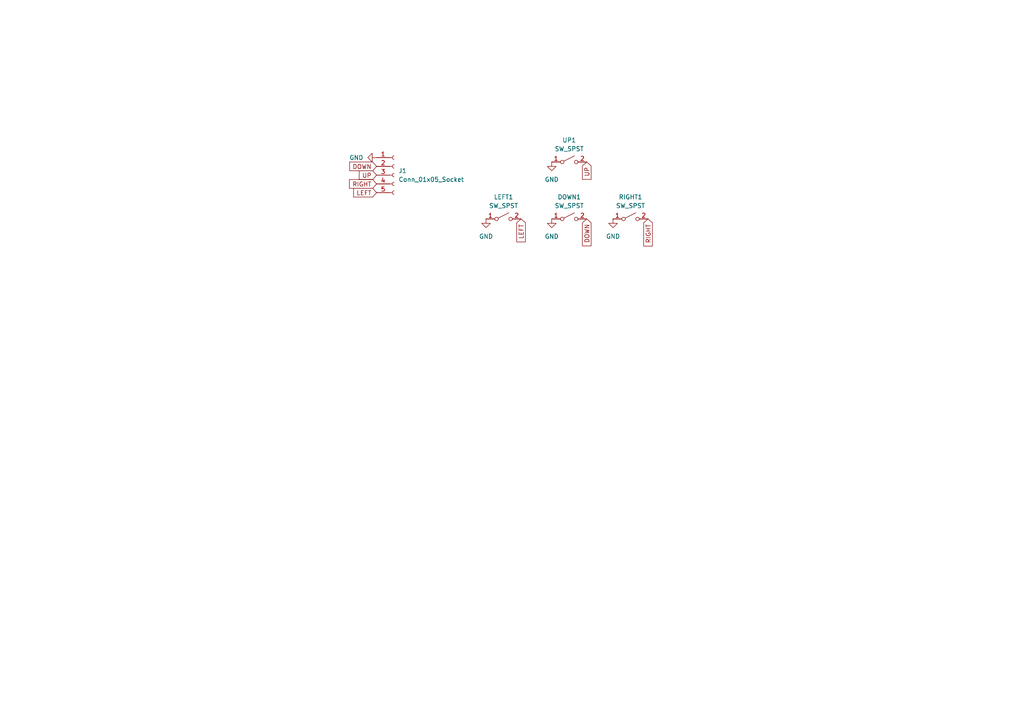
<source format=kicad_sch>
(kicad_sch (version 20250114) (generator "eeschema") (generator_version "9.0")
  (paper "A4")
  (lib_symbols
    (symbol "Connector:Conn_01x05_Socket" (pin_names (offset 1.016) (hide yes))
      (property "Reference" "J" (at 0 7.62 0))
      (property "Value" "Conn_01x05_Socket" (at 0 -7.62 0))
      (symbol "Conn_01x05_Socket_1_1"
        (polyline (pts (xy -1.27 5.08) (xy -0.508 5.08)) (stroke (width 0.1524)))
        (polyline (pts (xy -1.27 2.54) (xy -0.508 2.54)) (stroke (width 0.1524)))
        (polyline (pts (xy -1.27 0) (xy -0.508 0)) (stroke (width 0.1524)))
        (polyline (pts (xy -1.27 -2.54) (xy -0.508 -2.54)) (stroke (width 0.1524)))
        (polyline (pts (xy -1.27 -5.08) (xy -0.508 -5.08)) (stroke (width 0.1524)))
        (arc (start 0 4.572) (mid -0.5058 5.08) (end 0 5.588) (stroke (width 0.1524)))
        (arc (start 0 2.032) (mid -0.5058 2.54) (end 0 3.048) (stroke (width 0.1524)))
        (arc (start 0 -0.508) (mid -0.5058 0) (end 0 0.508) (stroke (width 0.1524)))
        (arc (start 0 -3.048) (mid -0.5058 -2.54) (end 0 -2.032) (stroke (width 0.1524)))
        (arc (start 0 -5.588) (mid -0.5058 -5.08) (end 0 -4.572) (stroke (width 0.1524)))
        (pin passive line (at -5.08 5.08 0) (length 3.81) (name "Pin_1") (number "1"))
        (pin passive line (at -5.08 2.54 0) (length 3.81) (name "Pin_2") (number "2"))
        (pin passive line (at -5.08 0 0) (length 3.81) (name "Pin_3") (number "3"))
        (pin passive line (at -5.08 -2.54 0) (length 3.81) (name "Pin_4") (number "4"))
        (pin passive line (at -5.08 -5.08 0) (length 3.81) (name "Pin_5") (number "5"))
      )
    )
    (symbol "Switch:SW_SPST" (pin_names (offset 0) (hide yes))
      (property "Reference" "SW" (at 0 3.175 0))
      (property "Value" "SW_SPST" (at 0 -2.54 0))
      (symbol "SW_SPST_0_0"
        (circle (center -2.032 0) (radius 0.508))
        (polyline (pts (xy -1.524 0.254) (xy 1.524 1.778)))
        (circle (center 2.032 0) (radius 0.508))
      )
      (symbol "SW_SPST_1_1"
        (pin passive line (at -5.08 0 0) (length 2.54) (name "A") (number "1"))
        (pin passive line (at 5.08 0 180) (length 2.54) (name "B") (number "2"))
      )
    )
    (symbol "power:GND" (power) (pin_numbers (hide yes)) (pin_names (offset 0) (hide yes))
      (property "Value" "GND" (at 0 -3.81 0))
      (symbol "GND_0_1"
        (polyline (pts (xy 0 0) (xy 0 -1.27) (xy 1.27 -1.27) (xy 0 -2.54) (xy -1.27 -1.27) (xy 0 -1.27)))
      )
      (symbol "GND_1_1"
        (pin power_in line (at 0 0 270) (length 0) (name "~") (number "1"))
      )
    )
  )
  (global_label "UP" (shape input) (at 109.22 50.8 180) (property "Intersheetrefs" "${INTERSHEET_REFS}" (effects (hide yes))))
  (global_label "LEFT" (shape input) (at 109.22 55.88 180) (property "Intersheetrefs" "${INTERSHEET_REFS}" (effects (hide yes))))
  (global_label "RIGHT" (shape input) (at 109.22 53.34 180) (property "Intersheetrefs" "${INTERSHEET_REFS}" (effects (hide yes))))
  (global_label "DOWN" (shape input) (at 170.18 63.5 270) (property "Intersheetrefs" "${INTERSHEET_REFS}" (effects (hide yes))))
  (global_label "RIGHT" (shape input) (at 187.96 63.5 270) (property "Intersheetrefs" "${INTERSHEET_REFS}" (effects (hide yes))))
  (global_label "LEFT" (shape input) (at 151.13 63.5 270) (property "Intersheetrefs" "${INTERSHEET_REFS}" (effects (hide yes))))
  (global_label "DOWN" (shape input) (at 109.22 48.26 180) (property "Intersheetrefs" "${INTERSHEET_REFS}" (effects (hide yes))))
  (global_label "UP" (shape input) (at 170.18 46.99 270) (property "Intersheetrefs" "${INTERSHEET_REFS}" (effects (hide yes))))
  (symbol (lib_id "power:GND") (at 109.22 45.72 270) (unit 1)
    (property "Reference" "#PWR01" (effects (hide yes)))
    (property "Value" "GND" (at 105.41 45.7199 90) (effects (justify right)))
    (property "Description" "Power symbol creates a global label with name \"GND\" , ground" (effects (hide yes)))
  )
  (symbol (lib_id "Connector:Conn_01x05_Socket") (at 114.3 50.8 0) (unit 1)
    (property "Reference" "J1" (at 115.57 49.5299 0) (effects (justify left)))
    (property "Value" "Conn_01x05_Socket" (at 115.57 52.0699 0) (effects (justify left)))
    (property "Footprint" "Connector_PinSocket_2.54mm:PinSocket_1x05_P2.54mm_Vertical" (effects (hide yes)))
    (property "Description" "Generic connector, single row, 01x05, script generated" (effects (hide yes)))
  )
  (symbol (lib_id "power:GND") (at 140.97 63.5 0) (unit 1)
    (property "Reference" "#PWR03" (effects (hide yes)))
    (property "Value" "GND" (at 140.97 68.58 0))
    (property "Description" "Power symbol creates a global label with name \"GND\" , ground" (effects (hide yes)))
  )
  (symbol (lib_id "power:GND") (at 160.02 63.5 0) (unit 1)
    (property "Reference" "#PWR04" (effects (hide yes)))
    (property "Value" "GND" (at 160.02 68.58 0))
    (property "Description" "Power symbol creates a global label with name \"GND\" , ground" (effects (hide yes)))
  )
  (symbol (lib_id "power:GND") (at 160.02 46.99 0) (unit 1)
    (property "Reference" "#PWR02" (effects (hide yes)))
    (property "Value" "GND" (at 160.02 52.07 0))
    (property "Description" "Power symbol creates a global label with name \"GND\" , ground" (effects (hide yes)))
  )
  (symbol (lib_id "Switch:SW_SPST") (at 165.1 63.5 0) (unit 1)
    (property "Reference" "DOWN1" (at 165.1 57.15 0))
    (property "Value" "SW_SPST" (at 165.1 59.69 0))
    (property "Footprint" "kbdextras:Kailh_socket_PG1350" (effects (hide yes)))
    (property "Description" "Single Pole Single Throw (SPST) switch" (effects (hide yes)))
  )
  (symbol (lib_id "power:GND") (at 177.8 63.5 0) (unit 1)
    (property "Reference" "#PWR05" (effects (hide yes)))
    (property "Value" "GND" (at 177.8 68.58 0))
    (property "Description" "Power symbol creates a global label with name \"GND\" , ground" (effects (hide yes)))
  )
  (symbol (lib_id "Switch:SW_SPST") (at 165.1 46.99 0) (unit 1)
    (property "Reference" "UP1" (at 165.1 40.64 0))
    (property "Value" "SW_SPST" (at 165.1 43.18 0))
    (property "Footprint" "kbdextras:Kailh_socket_PG1350" (effects (hide yes)))
    (property "Description" "Single Pole Single Throw (SPST) switch" (effects (hide yes)))
  )
  (symbol (lib_id "Switch:SW_SPST") (at 182.88 63.5 0) (unit 1)
    (property "Reference" "RIGHT1" (at 182.88 57.15 0))
    (property "Value" "SW_SPST" (at 182.88 59.69 0))
    (property "Footprint" "kbdextras:Kailh_socket_PG1350" (effects (hide yes)))
    (property "Description" "Single Pole Single Throw (SPST) switch" (effects (hide yes)))
  )
  (symbol (lib_id "Switch:SW_SPST") (at 146.05 63.5 0) (unit 1)
    (property "Reference" "LEFT1" (at 146.05 57.15 0))
    (property "Value" "SW_SPST" (at 146.05 59.69 0))
    (property "Footprint" "kbdextras:Kailh_socket_PG1350" (effects (hide yes)))
    (property "Description" "Single Pole Single Throw (SPST) switch" (effects (hide yes)))
  )
)
</source>
